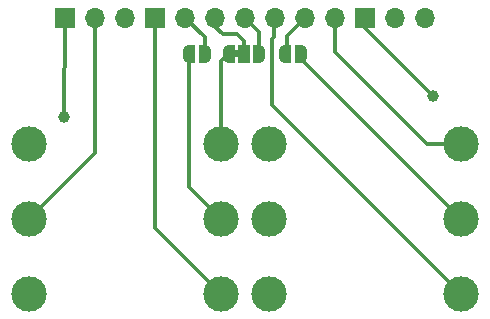
<source format=gbr>
%TF.GenerationSoftware,KiCad,Pcbnew,(6.0.0-0)*%
%TF.CreationDate,2022-03-04T21:17:09-05:00*%
%TF.ProjectId,audio-jack,61756469-6f2d-46a6-9163-6b2e6b696361,rev?*%
%TF.SameCoordinates,Original*%
%TF.FileFunction,Copper,L1,Top*%
%TF.FilePolarity,Positive*%
%FSLAX46Y46*%
G04 Gerber Fmt 4.6, Leading zero omitted, Abs format (unit mm)*
G04 Created by KiCad (PCBNEW (6.0.0-0)) date 2022-03-04 21:17:09*
%MOMM*%
%LPD*%
G01*
G04 APERTURE LIST*
G04 Aperture macros list*
%AMFreePoly0*
4,1,22,0.500000,-0.750000,0.000000,-0.750000,0.000000,-0.745033,-0.079941,-0.743568,-0.215256,-0.701293,-0.333266,-0.622738,-0.424486,-0.514219,-0.481581,-0.384460,-0.499164,-0.250000,-0.500000,-0.250000,-0.500000,0.250000,-0.499164,0.250000,-0.499963,0.256109,-0.478152,0.396186,-0.417904,0.524511,-0.324060,0.630769,-0.204165,0.706417,-0.067858,0.745374,0.000000,0.744959,0.000000,0.750000,
0.500000,0.750000,0.500000,-0.750000,0.500000,-0.750000,$1*%
%AMFreePoly1*
4,1,20,0.000000,0.744959,0.073905,0.744508,0.209726,0.703889,0.328688,0.626782,0.421226,0.519385,0.479903,0.390333,0.500000,0.250000,0.500000,-0.250000,0.499851,-0.262216,0.476331,-0.402017,0.414519,-0.529596,0.319384,-0.634700,0.198574,-0.708877,0.061801,-0.746166,0.000000,-0.745033,0.000000,-0.750000,-0.500000,-0.750000,-0.500000,0.750000,0.000000,0.750000,0.000000,0.744959,
0.000000,0.744959,$1*%
%AMFreePoly2*
4,1,22,0.550000,-0.750000,0.000000,-0.750000,0.000000,-0.745033,-0.079941,-0.743568,-0.215256,-0.701293,-0.333266,-0.622738,-0.424486,-0.514219,-0.481581,-0.384460,-0.499164,-0.250000,-0.500000,-0.250000,-0.500000,0.250000,-0.499164,0.250000,-0.499963,0.256109,-0.478152,0.396186,-0.417904,0.524511,-0.324060,0.630769,-0.204165,0.706417,-0.067858,0.745374,0.000000,0.744959,0.000000,0.750000,
0.550000,0.750000,0.550000,-0.750000,0.550000,-0.750000,$1*%
%AMFreePoly3*
4,1,20,0.000000,0.744959,0.073905,0.744508,0.209726,0.703889,0.328688,0.626782,0.421226,0.519385,0.479903,0.390333,0.500000,0.250000,0.500000,-0.250000,0.499851,-0.262216,0.476331,-0.402017,0.414519,-0.529596,0.319384,-0.634700,0.198574,-0.708877,0.061801,-0.746166,0.000000,-0.745033,0.000000,-0.750000,-0.550000,-0.750000,-0.550000,0.750000,0.000000,0.750000,0.000000,0.744959,
0.000000,0.744959,$1*%
G04 Aperture macros list end*
%TA.AperFunction,ComponentPad*%
%ADD10C,3.000000*%
%TD*%
%TA.AperFunction,ComponentPad*%
%ADD11R,1.700000X1.700000*%
%TD*%
%TA.AperFunction,ComponentPad*%
%ADD12O,1.700000X1.700000*%
%TD*%
%TA.AperFunction,SMDPad,CuDef*%
%ADD13FreePoly0,0.000000*%
%TD*%
%TA.AperFunction,SMDPad,CuDef*%
%ADD14FreePoly1,0.000000*%
%TD*%
%TA.AperFunction,SMDPad,CuDef*%
%ADD15FreePoly0,180.000000*%
%TD*%
%TA.AperFunction,SMDPad,CuDef*%
%ADD16FreePoly1,180.000000*%
%TD*%
%TA.AperFunction,SMDPad,CuDef*%
%ADD17FreePoly2,0.000000*%
%TD*%
%TA.AperFunction,SMDPad,CuDef*%
%ADD18R,1.000000X1.500000*%
%TD*%
%TA.AperFunction,SMDPad,CuDef*%
%ADD19FreePoly3,0.000000*%
%TD*%
%TA.AperFunction,ViaPad*%
%ADD20C,1.000000*%
%TD*%
%TA.AperFunction,Conductor*%
%ADD21C,0.350000*%
%TD*%
G04 APERTURE END LIST*
%TO.C,JP2*%
G36*
X136663000Y-62911000D02*
G01*
X136163000Y-62911000D01*
X136163000Y-62311000D01*
X136663000Y-62311000D01*
X136663000Y-62911000D01*
G37*
%TD*%
D10*
%TO.P,J1,R,R*%
%TO.N,Net-(JP1-Pad2)*%
X135128000Y-76581000D03*
%TO.P,J1,RN*%
%TO.N,Net-(J1-PadRN)*%
X118898000Y-76581000D03*
%TO.P,J1,S*%
%TO.N,Net-(J1-PadS)*%
X135128000Y-82931000D03*
%TO.P,J1,SN*%
%TO.N,Net-(J1-PadSN)*%
X118898000Y-82931000D03*
%TO.P,J1,T*%
%TO.N,Net-(JP2-Pad1)*%
X135128000Y-70231000D03*
%TO.P,J1,TN*%
%TO.N,Net-(J1-PadTN)*%
X118898000Y-70231000D03*
%TD*%
D11*
%TO.P,J5,1,Pin_1*%
%TO.N,Net-(J3-PadSN)*%
X147320000Y-59563000D03*
D12*
%TO.P,J5,2,Pin_2*%
%TO.N,Net-(J3-PadRN)*%
X149860000Y-59563000D03*
%TO.P,J5,3,Pin_3*%
%TO.N,Net-(J3-PadTN)*%
X152400000Y-59563000D03*
%TD*%
D13*
%TO.P,JP3,1,A*%
%TO.N,Net-(J2-Pad6)*%
X140574000Y-62611000D03*
D14*
%TO.P,JP3,2,B*%
%TO.N,Net-(J3-PadR)*%
X141874000Y-62611000D03*
%TD*%
D15*
%TO.P,JP1,1,A*%
%TO.N,Net-(J2-Pad2)*%
X133731000Y-62611000D03*
D16*
%TO.P,JP1,2,B*%
%TO.N,Net-(JP1-Pad2)*%
X132431000Y-62611000D03*
%TD*%
D11*
%TO.P,J4,1,Pin_1*%
%TO.N,Net-(J1-PadSN)*%
X121920000Y-59563000D03*
D12*
%TO.P,J4,2,Pin_2*%
%TO.N,Net-(J1-PadRN)*%
X124460000Y-59563000D03*
%TO.P,J4,3,Pin_3*%
%TO.N,Net-(J1-PadTN)*%
X127000000Y-59563000D03*
%TD*%
D17*
%TO.P,JP2,1,A*%
%TO.N,Net-(JP2-Pad1)*%
X135763000Y-62611000D03*
D18*
%TO.P,JP2,2,C*%
%TO.N,Net-(J2-Pad3)*%
X137063000Y-62611000D03*
D19*
%TO.P,JP2,3,B*%
%TO.N,Net-(J2-Pad4)*%
X138363000Y-62611000D03*
%TD*%
D11*
%TO.P,J2,1,Pin_1*%
%TO.N,Net-(J1-PadS)*%
X129540000Y-59563000D03*
D12*
%TO.P,J2,2,Pin_2*%
%TO.N,Net-(J2-Pad2)*%
X132080000Y-59563000D03*
%TO.P,J2,3,Pin_3*%
%TO.N,Net-(J2-Pad3)*%
X134620000Y-59563000D03*
%TO.P,J2,4,Pin_4*%
%TO.N,Net-(J2-Pad4)*%
X137160000Y-59563000D03*
%TO.P,J2,5,Pin_5*%
%TO.N,Net-(J2-Pad5)*%
X139700000Y-59563000D03*
%TO.P,J2,6,Pin_6*%
%TO.N,Net-(J2-Pad6)*%
X142240000Y-59563000D03*
%TO.P,J2,7,Pin_7*%
%TO.N,Net-(J2-Pad7)*%
X144780000Y-59563000D03*
%TD*%
D10*
%TO.P,J3,R*%
%TO.N,Net-(J3-PadR)*%
X155435000Y-76581000D03*
%TO.P,J3,RN*%
%TO.N,Net-(J3-PadRN)*%
X139205000Y-76581000D03*
%TO.P,J3,S*%
%TO.N,Net-(J2-Pad5)*%
X155435000Y-82931000D03*
%TO.P,J3,SN*%
%TO.N,Net-(J3-PadSN)*%
X139205000Y-82931000D03*
%TO.P,J3,T*%
%TO.N,Net-(J2-Pad7)*%
X155435000Y-70231000D03*
%TO.P,J3,TN*%
%TO.N,Net-(J3-PadTN)*%
X139205000Y-70231000D03*
%TD*%
D20*
%TO.N,Net-(J1-PadSN)*%
X121793000Y-67945000D03*
%TO.N,Net-(J3-PadSN)*%
X153035000Y-66167000D03*
%TD*%
D21*
%TO.N,Net-(J1-PadSN)*%
X121793000Y-63881000D02*
X121920000Y-63754000D01*
X121920000Y-63754000D02*
X121920000Y-59563000D01*
%TO.N,Net-(J1-PadRN)*%
X118898000Y-76581000D02*
X124460000Y-71019000D01*
X124460000Y-71019000D02*
X124460000Y-59563000D01*
%TO.N,Net-(J3-PadSN)*%
X147320000Y-59563000D02*
X147320000Y-60452000D01*
X147320000Y-60452000D02*
X153035000Y-66167000D01*
%TO.N,Net-(JP1-Pad2)*%
X135128000Y-76581000D02*
X132431000Y-73884000D01*
X132431000Y-73884000D02*
X132431000Y-62611000D01*
%TO.N,Net-(J1-PadS)*%
X129540000Y-59563000D02*
X129540000Y-77343000D01*
X129540000Y-77343000D02*
X135128000Y-82931000D01*
%TO.N,Net-(J2-Pad2)*%
X133731000Y-61214000D02*
X133731000Y-62611000D01*
X132080000Y-59563000D02*
X133731000Y-61214000D01*
%TO.N,Net-(J2-Pad3)*%
X135255000Y-60960000D02*
X134620000Y-60325000D01*
X137063000Y-62611000D02*
X137063000Y-61511000D01*
X134620000Y-60325000D02*
X134620000Y-59563000D01*
X136512000Y-60960000D02*
X135255000Y-60960000D01*
X137063000Y-61511000D02*
X136512000Y-60960000D01*
%TO.N,Net-(J2-Pad4)*%
X137160000Y-59563000D02*
X138363000Y-60766000D01*
X138363000Y-60766000D02*
X138363000Y-62611000D01*
%TO.N,Net-(J2-Pad5)*%
X139700000Y-59563000D02*
X139572489Y-59690511D01*
X139572489Y-61214511D02*
X139446000Y-61341000D01*
X139446000Y-66942000D02*
X155435000Y-82931000D01*
X139446000Y-61341000D02*
X139446000Y-66942000D01*
X139572489Y-59690511D02*
X139572489Y-61214511D01*
%TO.N,Net-(J2-Pad6)*%
X140701000Y-62611000D02*
X140701000Y-61102000D01*
X140701000Y-61102000D02*
X142240000Y-59563000D01*
%TO.N,Net-(J2-Pad7)*%
X152527000Y-70231000D02*
X155435000Y-70231000D01*
X144780000Y-62484000D02*
X152527000Y-70231000D01*
X144780000Y-59563000D02*
X144780000Y-62484000D01*
%TO.N,Net-(J3-PadR)*%
X142001000Y-63147000D02*
X155435000Y-76581000D01*
X142001000Y-62611000D02*
X142001000Y-63147000D01*
%TO.N,Net-(J1-PadSN)*%
X121793000Y-67945000D02*
X121793000Y-63881000D01*
%TO.N,Net-(JP2-Pad1)*%
X135128000Y-70231000D02*
X135128000Y-63246000D01*
X135128000Y-63246000D02*
X135763000Y-62611000D01*
%TD*%
M02*

</source>
